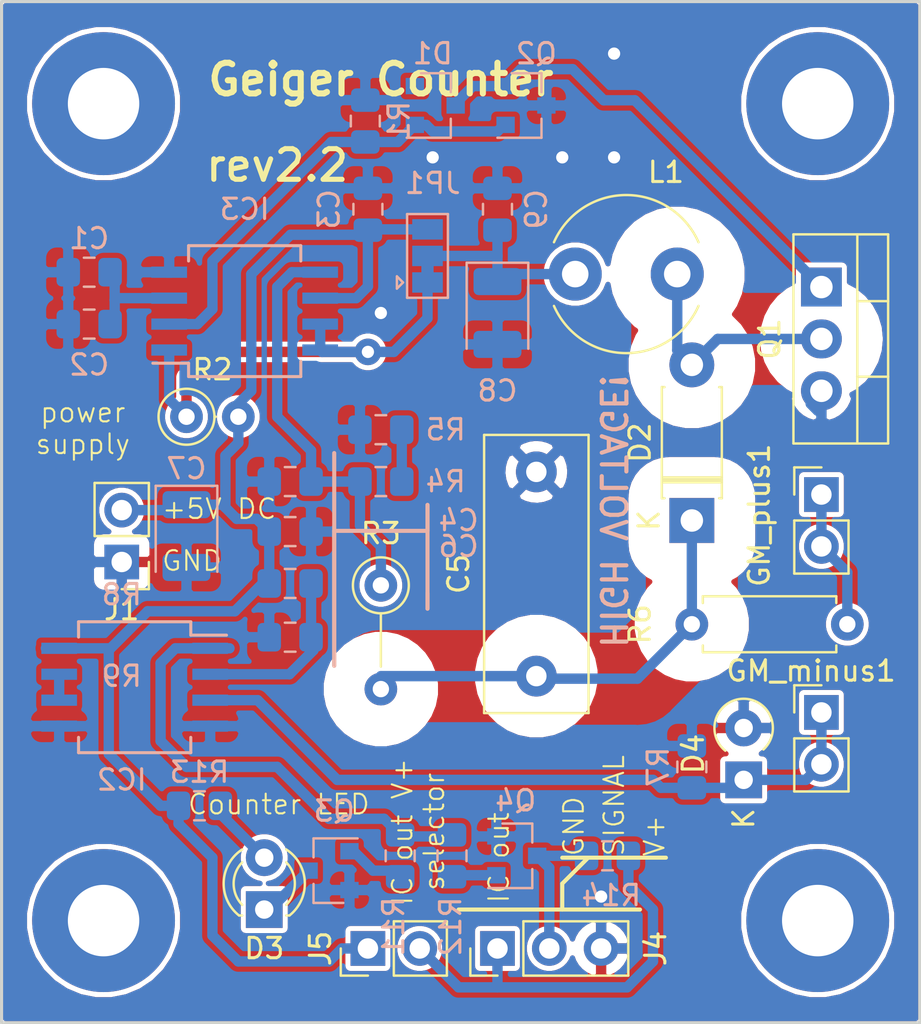
<source format=kicad_pcb>
(kicad_pcb (version 20171130) (host pcbnew "(5.1.6)-1")
  (layers (0 Top signal hide) (31 Bottom signal) (34 B.Paste user hide) (35 F.Paste user) (36 B.SilkS user hide) (37 F.SilkS user) (38 B.Mask user hide) (39 F.Mask user) (44 Edge.Cuts user))
  (net 0 "")
  (net 1 "Net-(Q4-Pad1)")
  (net 2 "Net-(Q3-Pad1)")
  (net 3 "Net-(C3-Pad1)")
  (net 4 "Net-(IC2-Pad1)")
  (net 5 "Net-(C5-Pad1)")
  (net 6 "Net-(C4-Pad1)")
  (net 7 "Net-(R4-Pad1)")
  (net 8 "Net-(D1-Pad1)")
  (net 9 "Net-(IC2-Pad6)")
  (net 10 "Net-(IC2-Pad2)")
  (net 11 "Net-(IC3-Pad1)")
  (net 12 "Net-(C1-Pad1)")
  (net 13 GND)
  (net 14 "Net-(D3-Pad2)")
  (net 15 "Net-(D3-Pad1)")
  (net 16 "Net-(D1-Pad2)")
  (net 17 "Net-(D2-Pad2)")
  (net 18 "Net-(J4-Pad1)")
  (net 19 "Net-(J4-Pad2)")
  (net 20 "Net-(D4-Pad1)")
  (net 21 "Net-(C8-Pad1)")
  (net 22 "Net-(GM_plus1-Pad1)")
  (module Mounting_Holes:MountingHole_3.5mm_Pad (layer Top) (at 135 85)
    (fp_text reference REF** hide)
    (fp_text value MountingHole_3.5mm_Pad)
    (pad 1 thru_hole circle (at 0 0) (size 7 7) (drill 3.5) (layers *.Cu *.Mask))
  )
  (module Mounting_Holes:MountingHole_3.5mm_Pad (layer Top) (at 135 125)
    (fp_text reference REF** hide)
    (fp_text value MountingHole_3.5mm_Pad)
    (pad 1 thru_hole circle (at 0 0) (size 7 7) (drill 3.5) (layers *.Cu *.Mask))
  )
  (module Mounting_Holes:MountingHole_3.5mm_Pad (layer Top) (at 170 85)
    (fp_text reference REF** hide)
    (fp_text value MountingHole_3.5mm_Pad)
    (pad 1 thru_hole circle (at 0 0) (size 7 7) (drill 3.5) (layers *.Cu *.Mask))
  )
  (module Housings_SOIC:SO-8_5.3x6.2mm_Pitch1.27mm (layer Bottom) (at 141.9161 95.1586)
    (fp_text reference IC3 (at 0 -4.9886) (layer B.SilkS) (effects (justify mirror)))
    (fp_text value MC34063AD)
    (fp_line (start -2.75 2.55) (end -4.5 2.55) (layer B.SilkS) (width 0.15))
    (fp_line (start -2.75 -3.205) (end 2.75 -3.205) (layer B.SilkS) (width 0.15))
    (fp_line (start -2.75 3.205) (end 2.75 3.205) (layer B.SilkS) (width 0.15))
    (fp_line (start -2.75 -3.205) (end -2.75 -2.455) (layer B.SilkS) (width 0.15))
    (fp_line (start 2.75 -3.205) (end 2.75 -2.455) (layer B.SilkS) (width 0.15))
    (fp_line (start 2.75 3.205) (end 2.75 2.455) (layer B.SilkS) (width 0.15))
    (fp_line (start -2.75 3.205) (end -2.75 2.55) (layer B.SilkS) (width 0.15))
    (pad 1 smd rect (at -3.7 1.905) (size 1.75 0.55) (layers Bottom B.Paste B.Mask) (net 11 "Net-(IC3-Pad1)"))
    (pad 2 smd rect (at -3.7 0.635) (size 1.75 0.55) (layers Bottom B.Paste B.Mask) (net 16 "Net-(D1-Pad2)"))
    (pad 3 smd rect (at -3.7 -0.635) (size 1.75 0.55) (layers Bottom B.Paste B.Mask) (net 12 "Net-(C1-Pad1)"))
    (pad 4 smd rect (at -3.7 -1.905) (size 1.75 0.55) (layers Bottom B.Paste B.Mask) (net 13 GND))
    (pad 5 smd rect (at 3.7 -1.905) (size 1.75 0.55) (layers Bottom B.Paste B.Mask) (net 6 "Net-(C4-Pad1)"))
    (pad 6 smd rect (at 3.7 -0.635) (size 1.75 0.55) (layers Bottom B.Paste B.Mask) (net 3 "Net-(C3-Pad1)"))
    (pad 7 smd rect (at 3.7 0.635) (size 1.75 0.55) (layers Bottom B.Paste B.Mask) (net 11 "Net-(IC3-Pad1)"))
    (pad 8 smd rect (at 3.7 1.905) (size 1.75 0.55) (layers Bottom B.Paste B.Mask) (net 11 "Net-(IC3-Pad1)"))
  )
  (module Mounting_Holes:MountingHole_3.5mm_Pad (layer Top) (at 170 125)
    (fp_text reference REF** hide)
    (fp_text value MountingHole_3.5mm_Pad)
    (pad 1 thru_hole circle (at 0 0) (size 7 7) (drill 3.5) (layers *.Cu *.Mask))
  )
  (module Diodes_SMD:D_SOT-23_ANK (layer Bottom) (at 151.257 85.09)
    (fp_text reference D1 (at -0.127 -2.54) (layer B.SilkS) (effects (justify mirror)))
    (fp_text value D_Schottky)
    (fp_line (start 0.76 -1.58) (end 0.76 -0.65) (layer B.SilkS) (width 0.12))
    (fp_line (start 0.76 1.58) (end 0.76 0.65) (layer B.SilkS) (width 0.12))
    (fp_line (start 0.76 1.58) (end -1.4 1.58) (layer B.SilkS) (width 0.12))
    (fp_line (start 0.76 -1.58) (end -0.7 -1.58) (layer B.SilkS) (width 0.12))
    (pad 1 smd rect (at 1 0) (size 0.9 0.8) (layers Bottom B.Paste B.Mask) (net 8 "Net-(D1-Pad1)"))
    (pad "" smd rect (at -1 -0.95) (size 0.9 0.8) (layers Bottom B.Paste B.Mask))
    (pad 2 smd rect (at -1 0.95) (size 0.9 0.8) (layers Bottom B.Paste B.Mask) (net 16 "Net-(D1-Pad2)"))
  )
  (module TO_SOT_Packages_SMD:SOT-23 (layer Bottom) (at 146.05 122.555 180)
    (fp_text reference Q3 (at -0.254 2.921 180) (layer B.SilkS) (effects (justify mirror)))
    (fp_text value BC848)
    (fp_line (start 0.76 -1.58) (end 0.76 -0.65) (layer B.SilkS) (width 0.12))
    (fp_line (start 0.76 1.58) (end 0.76 0.65) (layer B.SilkS) (width 0.12))
    (fp_line (start 0.76 1.58) (end -1.4 1.58) (layer B.SilkS) (width 0.12))
    (fp_line (start 0.76 -1.58) (end -0.7 -1.58) (layer B.SilkS) (width 0.12))
    (pad 3 smd rect (at 1 0 180) (size 0.9 0.8) (layers Bottom B.Paste B.Mask) (net 15 "Net-(D3-Pad1)"))
    (pad 2 smd rect (at -1 -0.95 180) (size 0.9 0.8) (layers Bottom B.Paste B.Mask) (net 13 GND))
    (pad 1 smd rect (at -1 0.95 180) (size 0.9 0.8) (layers Bottom B.Paste B.Mask) (net 2 "Net-(Q3-Pad1)"))
  )
  (module TO_SOT_Packages_SMD:SOT-23 (layer Bottom) (at 155.2511 121.8286)
    (fp_text reference Q4 (at -0.0571 -2.7026) (layer B.SilkS) (effects (justify mirror)))
    (fp_text value BC848)
    (fp_line (start 0.76 -1.58) (end 0.76 -0.65) (layer B.SilkS) (width 0.12))
    (fp_line (start 0.76 1.58) (end 0.76 0.65) (layer B.SilkS) (width 0.12))
    (fp_line (start 0.76 1.58) (end -1.4 1.58) (layer B.SilkS) (width 0.12))
    (fp_line (start 0.76 -1.58) (end -0.7 -1.58) (layer B.SilkS) (width 0.12))
    (pad 3 smd rect (at 1 0) (size 0.9 0.8) (layers Bottom B.Paste B.Mask) (net 19 "Net-(J4-Pad2)"))
    (pad 2 smd rect (at -1 -0.95) (size 0.9 0.8) (layers Bottom B.Paste B.Mask) (net 13 GND))
    (pad 1 smd rect (at -1 0.95) (size 0.9 0.8) (layers Bottom B.Paste B.Mask) (net 1 "Net-(Q4-Pad1)"))
  )
  (module TO_SOT_Packages_SMD:SOT-23 (layer Bottom) (at 155.702 85.09)
    (fp_text reference Q2 (at 0.508 -2.54) (layer B.SilkS) (effects (justify mirror)))
    (fp_text value BC859)
    (fp_line (start 0.76 -1.58) (end 0.76 -0.65) (layer B.SilkS) (width 0.12))
    (fp_line (start 0.76 1.58) (end 0.76 0.65) (layer B.SilkS) (width 0.12))
    (fp_line (start 0.76 1.58) (end -1.4 1.58) (layer B.SilkS) (width 0.12))
    (fp_line (start 0.76 -1.58) (end -0.7 -1.58) (layer B.SilkS) (width 0.12))
    (pad 3 smd rect (at 1 0) (size 0.9 0.8) (layers Bottom B.Paste B.Mask) (net 13 GND))
    (pad 2 smd rect (at -1 -0.95) (size 0.9 0.8) (layers Bottom B.Paste B.Mask) (net 8 "Net-(D1-Pad1)"))
    (pad 1 smd rect (at -1 0.95) (size 0.9 0.8) (layers Bottom B.Paste B.Mask) (net 16 "Net-(D1-Pad2)"))
  )
  (module Housings_SOIC:SO-8_5.3x6.2mm_Pitch1.27mm (layer Bottom) (at 136.525 113.5736 180)
    (fp_text reference IC2 (at 0.635 -4.5364 180) (layer B.SilkS) (effects (justify mirror)))
    (fp_text value LM358D)
    (fp_line (start -2.75 3.205) (end -2.75 2.55) (layer B.SilkS) (width 0.15))
    (fp_line (start 2.75 3.205) (end 2.75 2.455) (layer B.SilkS) (width 0.15))
    (fp_line (start 2.75 -3.205) (end 2.75 -2.455) (layer B.SilkS) (width 0.15))
    (fp_line (start -2.75 -3.205) (end -2.75 -2.455) (layer B.SilkS) (width 0.15))
    (fp_line (start -2.75 3.205) (end 2.75 3.205) (layer B.SilkS) (width 0.15))
    (fp_line (start -2.75 -3.205) (end 2.75 -3.205) (layer B.SilkS) (width 0.15))
    (fp_line (start -2.75 2.55) (end -4.5 2.55) (layer B.SilkS) (width 0.15))
    (pad 8 smd rect (at 3.7 1.905 180) (size 1.75 0.55) (layers Bottom B.Paste B.Mask) (net 3 "Net-(C3-Pad1)"))
    (pad 7 smd rect (at 3.7 0.635 180) (size 1.75 0.55) (layers Bottom B.Paste B.Mask) (net 9 "Net-(IC2-Pad6)"))
    (pad 6 smd rect (at 3.7 -0.635 180) (size 1.75 0.55) (layers Bottom B.Paste B.Mask) (net 9 "Net-(IC2-Pad6)"))
    (pad 5 smd rect (at 3.7 -1.905 180) (size 1.75 0.55) (layers Bottom B.Paste B.Mask) (net 13 GND))
    (pad 4 smd rect (at -3.7 -1.905 180) (size 1.75 0.55) (layers Bottom B.Paste B.Mask) (net 13 GND))
    (pad 3 smd rect (at -3.7 -0.635 180) (size 1.75 0.55) (layers Bottom B.Paste B.Mask) (net 20 "Net-(D4-Pad1)"))
    (pad 2 smd rect (at -3.7 0.635 180) (size 1.75 0.55) (layers Bottom B.Paste B.Mask) (net 10 "Net-(IC2-Pad2)"))
    (pad 1 smd rect (at -3.7 1.905 180) (size 1.75 0.55) (layers Bottom B.Paste B.Mask) (net 4 "Net-(IC2-Pad1)"))
  )
  (module Capacitor_SMD:C_0805_2012Metric_Pad1.15x1.40mm_HandSolder (layer Bottom) (at 134.2961 93.2536 180)
    (fp_text reference C1 (at 0 1.65 180) (layer B.SilkS) (effects (justify mirror)))
    (fp_text value "not mounted")
    (fp_line (start -0.261252 -0.71) (end 0.261252 -0.71) (layer B.SilkS) (width 0.12))
    (fp_line (start -0.261252 0.71) (end 0.261252 0.71) (layer B.SilkS) (width 0.12))
    (pad 1 smd roundrect (at -1.025 0 180) (size 1.15 1.4) (layers Bottom B.Paste B.Mask) (roundrect_rratio 0.217391) (net 12 "Net-(C1-Pad1)"))
    (pad 2 smd roundrect (at 1.025 0 180) (size 1.15 1.4) (layers Bottom B.Paste B.Mask) (roundrect_rratio 0.217391) (net 13 GND))
  )
  (module Capacitor_SMD:C_0805_2012Metric_Pad1.15x1.40mm_HandSolder (layer Bottom) (at 144.145 105.9536)
    (fp_text reference C6 (at 8.255 0.7264) (layer B.SilkS) (effects (justify mirror)))
    (fp_text value 100n)
    (fp_line (start -0.261252 0.71) (end 0.261252 0.71) (layer B.SilkS) (width 0.12))
    (fp_line (start -0.261252 -0.71) (end 0.261252 -0.71) (layer B.SilkS) (width 0.12))
    (pad 2 smd roundrect (at 1.025 0) (size 1.15 1.4) (layers Bottom B.Paste B.Mask) (roundrect_rratio 0.217391) (net 13 GND))
    (pad 1 smd roundrect (at -1.025 0) (size 1.15 1.4) (layers Bottom B.Paste B.Mask) (roundrect_rratio 0.217391) (net 3 "Net-(C3-Pad1)"))
  )
  (module Capacitor_SMD:C_0805_2012Metric_Pad1.15x1.40mm_HandSolder (layer Bottom) (at 134.2961 95.7936 180)
    (fp_text reference C2 (at 0 -1.9964 180) (layer B.SilkS) (effects (justify mirror)))
    (fp_text value 3n2)
    (fp_line (start -0.261252 0.71) (end 0.261252 0.71) (layer B.SilkS) (width 0.12))
    (fp_line (start -0.261252 -0.71) (end 0.261252 -0.71) (layer B.SilkS) (width 0.12))
    (pad 2 smd roundrect (at 1.025 0 180) (size 1.15 1.4) (layers Bottom B.Paste B.Mask) (roundrect_rratio 0.217391) (net 13 GND))
    (pad 1 smd roundrect (at -1.025 0 180) (size 1.15 1.4) (layers Bottom B.Paste B.Mask) (roundrect_rratio 0.217391) (net 12 "Net-(C1-Pad1)"))
  )
  (module Capacitor_SMD:C_0805_2012Metric_Pad1.15x1.40mm_HandSolder (layer Bottom) (at 147.955 90.17 90)
    (fp_text reference C3 (at 0 -1.905 90) (layer B.SilkS) (effects (justify mirror)))
    (fp_text value 100n)
    (fp_line (start -0.261252 -0.71) (end 0.261252 -0.71) (layer B.SilkS) (width 0.12))
    (fp_line (start -0.261252 0.71) (end 0.261252 0.71) (layer B.SilkS) (width 0.12))
    (pad 1 smd roundrect (at -1.025 0 90) (size 1.15 1.4) (layers Bottom B.Paste B.Mask) (roundrect_rratio 0.217391) (net 3 "Net-(C3-Pad1)"))
    (pad 2 smd roundrect (at 1.025 0 90) (size 1.15 1.4) (layers Bottom B.Paste B.Mask) (roundrect_rratio 0.217391) (net 13 GND))
  )
  (module Capacitor_SMD:C_0805_2012Metric_Pad1.15x1.40mm_HandSolder (layer Bottom) (at 144.145 103.505 180)
    (fp_text reference C4 (at -8.255 -1.905 180) (layer B.SilkS) (effects (justify mirror)))
    (fp_text value 10n)
    (fp_line (start -0.261252 -0.71) (end 0.261252 -0.71) (layer B.SilkS) (width 0.12))
    (fp_line (start -0.261252 0.71) (end 0.261252 0.71) (layer B.SilkS) (width 0.12))
    (pad 1 smd roundrect (at -1.025 0 180) (size 1.15 1.4) (layers Bottom B.Paste B.Mask) (roundrect_rratio 0.217391) (net 6 "Net-(C4-Pad1)"))
    (pad 2 smd roundrect (at 1.025 0 180) (size 1.15 1.4) (layers Bottom B.Paste B.Mask) (roundrect_rratio 0.217391) (net 13 GND))
  )
  (module Resistor_SMD:R_0805_2012Metric_Pad1.15x1.40mm_HandSolder (layer Bottom) (at 147.828 85.852 90)
    (fp_text reference R1 (at 0 1.65 270) (layer B.SilkS) (effects (justify mirror)))
    (fp_text value 10k)
    (fp_line (start -0.261252 -0.71) (end 0.261252 -0.71) (layer B.SilkS) (width 0.12))
    (fp_line (start -0.261252 0.71) (end 0.261252 0.71) (layer B.SilkS) (width 0.12))
    (pad 1 smd roundrect (at -1.025 0 90) (size 1.15 1.4) (layers Bottom B.Paste B.Mask) (roundrect_rratio 0.217391) (net 16 "Net-(D1-Pad2)"))
    (pad 2 smd roundrect (at 1.025 0 90) (size 1.15 1.4) (layers Bottom B.Paste B.Mask) (roundrect_rratio 0.217391) (net 13 GND))
  )
  (module Resistor_SMD:R_0805_2012Metric_Pad1.15x1.40mm_HandSolder (layer Bottom) (at 148.59 103.505 180)
    (fp_text reference R4 (at -3.175 0 180) (layer B.SilkS) (effects (justify mirror)))
    (fp_text value 1k)
    (fp_line (start -0.261252 -0.71) (end 0.261252 -0.71) (layer B.SilkS) (width 0.12))
    (fp_line (start -0.261252 0.71) (end 0.261252 0.71) (layer B.SilkS) (width 0.12))
    (pad 1 smd roundrect (at -1.025 0 180) (size 1.15 1.4) (layers Bottom B.Paste B.Mask) (roundrect_rratio 0.217391) (net 7 "Net-(R4-Pad1)"))
    (pad 2 smd roundrect (at 1.025 0 180) (size 1.15 1.4) (layers Bottom B.Paste B.Mask) (roundrect_rratio 0.217391) (net 6 "Net-(C4-Pad1)"))
  )
  (module Resistor_SMD:R_0805_2012Metric_Pad1.15x1.40mm_HandSolder (layer Bottom) (at 148.59 100.965)
    (fp_text reference R5 (at 3.175 0) (layer B.SilkS) (effects (justify mirror)))
    (fp_text value 30k)
    (fp_line (start -0.261252 -0.71) (end 0.261252 -0.71) (layer B.SilkS) (width 0.12))
    (fp_line (start -0.261252 0.71) (end 0.261252 0.71) (layer B.SilkS) (width 0.12))
    (pad 1 smd roundrect (at -1.025 0) (size 1.15 1.4) (layers Bottom B.Paste B.Mask) (roundrect_rratio 0.217391) (net 13 GND))
    (pad 2 smd roundrect (at 1.025 0) (size 1.15 1.4) (layers Bottom B.Paste B.Mask) (roundrect_rratio 0.217391) (net 7 "Net-(R4-Pad1)"))
  )
  (module Resistor_SMD:R_0805_2012Metric_Pad1.15x1.40mm_HandSolder (layer Bottom) (at 163.83 117.475 270)
    (fp_text reference R7 (at 0 1.65 270) (layer B.SilkS) (effects (justify mirror)))
    (fp_text value 10k)
    (fp_line (start -0.261252 -0.71) (end 0.261252 -0.71) (layer B.SilkS) (width 0.12))
    (fp_line (start -0.261252 0.71) (end 0.261252 0.71) (layer B.SilkS) (width 0.12))
    (pad 1 smd roundrect (at -1.025 0 270) (size 1.15 1.4) (layers Bottom B.Paste B.Mask) (roundrect_rratio 0.217391) (net 13 GND))
    (pad 2 smd roundrect (at 1.025 0 270) (size 1.15 1.4) (layers Bottom B.Paste B.Mask) (roundrect_rratio 0.217391) (net 20 "Net-(D4-Pad1)"))
  )
  (module Resistor_SMD:R_0805_2012Metric_Pad1.15x1.40mm_HandSolder (layer Bottom) (at 144.145 108.4936)
    (fp_text reference R8 (at -8.255 0.5436 180) (layer B.SilkS) (effects (justify mirror)))
    (fp_text value 10k)
    (fp_line (start -0.261252 0.71) (end 0.261252 0.71) (layer B.SilkS) (width 0.12))
    (fp_line (start -0.261252 -0.71) (end 0.261252 -0.71) (layer B.SilkS) (width 0.12))
    (pad 2 smd roundrect (at 1.025 0) (size 1.15 1.4) (layers Bottom B.Paste B.Mask) (roundrect_rratio 0.217391) (net 10 "Net-(IC2-Pad2)"))
    (pad 1 smd roundrect (at -1.025 0) (size 1.15 1.4) (layers Bottom B.Paste B.Mask) (roundrect_rratio 0.217391) (net 3 "Net-(C3-Pad1)"))
  )
  (module Resistor_SMD:R_0805_2012Metric_Pad1.15x1.40mm_HandSolder (layer Bottom) (at 144.145 111.125 180)
    (fp_text reference R9 (at 8.255 -1.905) (layer B.SilkS) (effects (justify mirror)))
    (fp_text value 470R)
    (fp_line (start -0.261252 0.71) (end 0.261252 0.71) (layer B.SilkS) (width 0.12))
    (fp_line (start -0.261252 -0.71) (end 0.261252 -0.71) (layer B.SilkS) (width 0.12))
    (pad 2 smd roundrect (at 1.025 0 180) (size 1.15 1.4) (layers Bottom B.Paste B.Mask) (roundrect_rratio 0.217391) (net 13 GND))
    (pad 1 smd roundrect (at -1.025 0 180) (size 1.15 1.4) (layers Bottom B.Paste B.Mask) (roundrect_rratio 0.217391) (net 10 "Net-(IC2-Pad2)"))
  )
  (module Resistor_SMD:R_0805_2012Metric_Pad1.15x1.40mm_HandSolder (layer Bottom) (at 149.5361 121.8286 90)
    (fp_text reference R11 (at -3.4646 -0.3239 270) (layer B.SilkS) (effects (justify mirror)))
    (fp_text value 1k)
    (fp_line (start -0.261252 0.71) (end 0.261252 0.71) (layer B.SilkS) (width 0.12))
    (fp_line (start -0.261252 -0.71) (end 0.261252 -0.71) (layer B.SilkS) (width 0.12))
    (pad 2 smd roundrect (at 1.025 0 90) (size 1.15 1.4) (layers Bottom B.Paste B.Mask) (roundrect_rratio 0.217391) (net 4 "Net-(IC2-Pad1)"))
    (pad 1 smd roundrect (at -1.025 0 90) (size 1.15 1.4) (layers Bottom B.Paste B.Mask) (roundrect_rratio 0.217391) (net 2 "Net-(Q3-Pad1)"))
  )
  (module Resistor_SMD:R_0805_2012Metric_Pad1.15x1.40mm_HandSolder (layer Bottom) (at 152.0761 121.8286 90)
    (fp_text reference R12 (at -3.4646 -0.0699 270) (layer B.SilkS) (effects (justify mirror)))
    (fp_text value 1k)
    (fp_line (start -0.261252 0.71) (end 0.261252 0.71) (layer B.SilkS) (width 0.12))
    (fp_line (start -0.261252 -0.71) (end 0.261252 -0.71) (layer B.SilkS) (width 0.12))
    (pad 2 smd roundrect (at 1.025 0 90) (size 1.15 1.4) (layers Bottom B.Paste B.Mask) (roundrect_rratio 0.217391) (net 4 "Net-(IC2-Pad1)"))
    (pad 1 smd roundrect (at -1.025 0 90) (size 1.15 1.4) (layers Bottom B.Paste B.Mask) (roundrect_rratio 0.217391) (net 1 "Net-(Q4-Pad1)"))
  )
  (module Resistor_SMD:R_0805_2012Metric_Pad1.15x1.40mm_HandSolder (layer Bottom) (at 139.7 119.38 180)
    (fp_text reference R13 (at 0 1.65 180) (layer B.SilkS) (effects (justify mirror)))
    (fp_text value 470R)
    (fp_line (start -0.261252 0.71) (end 0.261252 0.71) (layer B.SilkS) (width 0.12))
    (fp_line (start -0.261252 -0.71) (end 0.261252 -0.71) (layer B.SilkS) (width 0.12))
    (pad 2 smd roundrect (at 1.025 0 180) (size 1.15 1.4) (layers Bottom B.Paste B.Mask) (roundrect_rratio 0.217391) (net 3 "Net-(C3-Pad1)"))
    (pad 1 smd roundrect (at -1.025 0 180) (size 1.15 1.4) (layers Bottom B.Paste B.Mask) (roundrect_rratio 0.217391) (net 14 "Net-(D3-Pad2)"))
  )
  (module Resistor_SMD:R_0805_2012Metric_Pad1.15x1.40mm_HandSolder (layer Bottom) (at 159.6961 121.8286 180)
    (fp_text reference R14 (at -0.1841 -1.9406) (layer B.SilkS) (effects (justify mirror)))
    (fp_text value 1k)
    (fp_line (start -0.261252 -0.71) (end 0.261252 -0.71) (layer B.SilkS) (width 0.12))
    (fp_line (start -0.261252 0.71) (end 0.261252 0.71) (layer B.SilkS) (width 0.12))
    (pad 1 smd roundrect (at -1.025 0 180) (size 1.15 1.4) (layers Bottom B.Paste B.Mask) (roundrect_rratio 0.217391) (net 18 "Net-(J4-Pad1)"))
    (pad 2 smd roundrect (at 1.025 0 180) (size 1.15 1.4) (layers Bottom B.Paste B.Mask) (roundrect_rratio 0.217391) (net 19 "Net-(J4-Pad2)"))
  )
  (module LED_THT:LED_D3.0mm (layer Top) (at 142.875 124.46 90)
    (fp_text reference D3 (at -1.905 0 180) (layer F.SilkS))
    (fp_text value LED)
    (fp_line (start -0.29 1.08) (end -0.29 1.236) (layer F.SilkS) (width 0.12))
    (fp_line (start -0.29 -1.236) (end -0.29 -1.08) (layer F.SilkS) (width 0.12))
    (fp_arc (start 1.27 0) (end -0.29 -1.235516) (angle 108.8) (layer F.SilkS) (width 0.12))
    (fp_arc (start 1.27 0) (end -0.29 1.235516) (angle -108.8) (layer F.SilkS) (width 0.12))
    (fp_arc (start 1.27 0) (end 0.229039 -1.08) (angle 87.9) (layer F.SilkS) (width 0.12))
    (fp_arc (start 1.27 0) (end 0.229039 1.08) (angle -87.9) (layer F.SilkS) (width 0.12))
    (pad 1 thru_hole rect (at 0 0 90) (size 1.8 1.8) (drill 0.9) (layers *.Cu *.Mask) (net 15 "Net-(D3-Pad1)"))
    (pad 2 thru_hole circle (at 2.54 0 90) (size 1.8 1.8) (drill 0.9) (layers *.Cu *.Mask) (net 14 "Net-(D3-Pad2)"))
  )
  (module Resistor_THT:R_Axial_DIN0207_L6.3mm_D2.5mm_P2.54mm_Vertical (layer Top) (at 139.065 100.33)
    (fp_text reference R2 (at 1.27 -2.31) (layer F.SilkS))
    (fp_text value R22/0.5W)
    (fp_line (start 1.37 0) (end 1.44 0) (layer F.SilkS) (width 0.12))
    (fp_circle (center 0 0) (end 1.37 0) (layer F.SilkS) (width 0.12))
    (pad 1 thru_hole circle (at 0 0) (size 1.6 1.6) (drill 0.8) (layers *.Cu *.Mask) (net 11 "Net-(IC3-Pad1)"))
    (pad 2 thru_hole oval (at 2.54 0) (size 1.6 1.6) (drill 0.8) (layers *.Cu *.Mask) (net 3 "Net-(C3-Pad1)"))
  )
  (module Diode_THT:D_DO-41_SOD81_P7.62mm_Horizontal (layer Top) (at 163.83 105.41 90)
    (fp_text reference D2 (at 3.81 -2.54 270) (layer F.SilkS))
    (fp_text value 1n4007)
    (fp_line (start 1.87 -1.47) (end 1.87 1.47) (layer F.SilkS) (width 0.12))
    (fp_line (start 2.11 -1.47) (end 2.11 1.47) (layer F.SilkS) (width 0.12))
    (fp_line (start 1.99 -1.47) (end 1.99 1.47) (layer F.SilkS) (width 0.12))
    (fp_line (start 6.53 1.47) (end 6.53 1.34) (layer F.SilkS) (width 0.12))
    (fp_line (start 1.09 1.47) (end 6.53 1.47) (layer F.SilkS) (width 0.12))
    (fp_line (start 1.09 1.34) (end 1.09 1.47) (layer F.SilkS) (width 0.12))
    (fp_line (start 6.53 -1.47) (end 6.53 -1.34) (layer F.SilkS) (width 0.12))
    (fp_line (start 1.09 -1.47) (end 6.53 -1.47) (layer F.SilkS) (width 0.12))
    (fp_line (start 1.09 -1.34) (end 1.09 -1.47) (layer F.SilkS) (width 0.12))
    (fp_text user K (at 0 -2.1 90) (layer F.SilkS))
    (pad 1 thru_hole rect (at 0 0 90) (size 2.2 2.2) (drill 1.1) (layers *.Cu *.Mask) (net 5 "Net-(C5-Pad1)"))
    (pad 2 thru_hole oval (at 7.62 0 90) (size 2.2 2.2) (drill 1.1) (layers *.Cu *.Mask) (net 17 "Net-(D2-Pad2)"))
  )
  (module Resistor_THT:R_Axial_DIN0207_L6.3mm_D2.5mm_P5.08mm_Vertical (layer Top) (at 148.59 108.585 270)
    (fp_text reference R3 (at -2.54 0) (layer F.SilkS))
    (fp_text value 10M)
    (fp_line (start 1.37 0) (end 3.98 0) (layer F.SilkS) (width 0.12))
    (fp_circle (center 0 0) (end 1.37 0) (layer F.SilkS) (width 0.12))
    (pad 1 thru_hole circle (at 0 0 270) (size 1.6 1.6) (drill 0.8) (layers *.Cu *.Mask) (net 6 "Net-(C4-Pad1)"))
    (pad 2 thru_hole oval (at 5.08 0 270) (size 1.6 1.6) (drill 0.8) (layers *.Cu *.Mask) (net 5 "Net-(C5-Pad1)"))
  )
  (module Capacitor_Tantalum_SMD:CP_EIA-3528-21_Kemet-B (layer Bottom) (at 139.065 106.172 270)
    (fp_text reference C7 (at -3.302 0) (layer B.SilkS) (effects (justify mirror)))
    (fp_text value "10u 6V3")
    (fp_line (start 1.75 1.51) (end -2.46 1.51) (layer B.SilkS) (width 0.12))
    (fp_line (start -2.46 1.51) (end -2.46 -1.51) (layer B.SilkS) (width 0.12))
    (fp_line (start -2.46 -1.51) (end 1.75 -1.51) (layer B.SilkS) (width 0.12))
    (pad 2 smd roundrect (at 1.5375 0 270) (size 1.325 2.35) (layers Bottom B.Paste B.Mask) (roundrect_rratio 0.188679) (net 13 GND))
    (pad 1 smd roundrect (at -1.5375 0 270) (size 1.325 2.35) (layers Bottom B.Paste B.Mask) (roundrect_rratio 0.188679) (net 3 "Net-(C3-Pad1)"))
  )
  (module Capacitor_Tantalum_SMD:CP_EIA-3528-21_Kemet-B (layer Bottom) (at 154.305 95.25 270)
    (fp_text reference C8 (at 3.81 0) (layer B.SilkS) (effects (justify mirror)))
    (fp_text value 330u)
    (fp_line (start -2.46 -1.51) (end 1.75 -1.51) (layer B.SilkS) (width 0.12))
    (fp_line (start -2.46 1.51) (end -2.46 -1.51) (layer B.SilkS) (width 0.12))
    (fp_line (start 1.75 1.51) (end -2.46 1.51) (layer B.SilkS) (width 0.12))
    (pad 1 smd roundrect (at -1.5375 0 270) (size 1.325 2.35) (layers Bottom B.Paste B.Mask) (roundrect_rratio 0.188679) (net 21 "Net-(C8-Pad1)"))
    (pad 2 smd roundrect (at 1.5375 0 270) (size 1.325 2.35) (layers Bottom B.Paste B.Mask) (roundrect_rratio 0.188679) (net 13 GND))
  )
  (module Inductor_THT:L_Radial_D7.5mm_P5.00mm_Fastron_07P (layer Top) (at 158.115 93.345)
    (fp_text reference L1 (at 4.445 -4.9886) (layer F.SilkS))
    (fp_text value 680m)
    (fp_arc (start 2.5 0) (end -1.041652 -1.56) (angle 132.455667) (layer F.SilkS) (width 0.12))
    (fp_arc (start 2.5 0) (end -1.041652 1.56) (angle -132.455667) (layer F.SilkS) (width 0.12))
    (pad 1 thru_hole circle (at 0 0) (size 2.6 2.6) (drill 1.3) (layers *.Cu *.Mask) (net 21 "Net-(C8-Pad1)"))
    (pad 2 thru_hole circle (at 5 0) (size 2.6 2.6) (drill 1.3) (layers *.Cu *.Mask) (net 17 "Net-(D2-Pad2)"))
  )
  (module Package_TO_SOT_THT:TO-220-3_Vertical (layer Top) (at 170.18 93.98 270)
    (fp_text reference Q1 (at 2.54 2.54 90) (layer F.SilkS))
    (fp_text value IRF840)
    (fp_line (start 4.391 -3.27) (end 4.391 -1.76) (layer F.SilkS) (width 0.12))
    (fp_line (start 0.69 -3.27) (end 0.69 -1.76) (layer F.SilkS) (width 0.12))
    (fp_line (start -2.58 -1.76) (end 7.66 -1.76) (layer F.SilkS) (width 0.12))
    (fp_line (start 7.66 -3.27) (end 7.66 1.371) (layer F.SilkS) (width 0.12))
    (fp_line (start -2.58 -3.27) (end -2.58 1.371) (layer F.SilkS) (width 0.12))
    (fp_line (start -2.58 1.371) (end 7.66 1.371) (layer F.SilkS) (width 0.12))
    (fp_line (start -2.58 -3.27) (end 7.66 -3.27) (layer F.SilkS) (width 0.12))
    (pad 1 thru_hole rect (at 0 0 270) (size 1.905 2) (drill 1.1) (layers *.Cu *.Mask) (net 8 "Net-(D1-Pad1)"))
    (pad 2 thru_hole oval (at 2.54 0 270) (size 1.905 2) (drill 1.1) (layers *.Cu *.Mask) (net 17 "Net-(D2-Pad2)"))
    (pad 3 thru_hole oval (at 5.08 0 270) (size 1.905 2) (drill 1.1) (layers *.Cu *.Mask) (net 13 GND))
  )
  (module Jumper:SolderJumper-3_P1.3mm_Bridged12_Pad1.0x1.5mm (layer Bottom) (at 150.876 92.456 90)
    (fp_text reference JP1 (at 3.556 0.254 180) (layer B.SilkS) (effects (justify mirror)))
    (fp_text value Jumper_3_Bridged12)
    (fp_line (start -2.05 1) (end 2.05 1) (layer B.SilkS) (width 0.12))
    (fp_line (start 2.05 1) (end 2.05 -1) (layer B.SilkS) (width 0.12))
    (fp_line (start 2.05 -1) (end -2.05 -1) (layer B.SilkS) (width 0.12))
    (fp_line (start -2.05 -1) (end -2.05 1) (layer B.SilkS) (width 0.12))
    (fp_line (start -1.3 -1.2) (end -1.6 -1.5) (layer B.SilkS) (width 0.12))
    (fp_line (start -1.6 -1.5) (end -1 -1.5) (layer B.SilkS) (width 0.12))
    (fp_line (start -1.3 -1.2) (end -1 -1.5) (layer B.SilkS) (width 0.12))
    (pad 1 smd custom (at -1.3 0 90) (size 1 1.5) (layers Bottom B.Mask) (net 11 "Net-(IC3-Pad1)") (options (clearance outline) (anchor rect)) (primitives (gr_poly (pts (xy 0.4 0.3) (xy 0.9 0.3) (xy 0.9 -0.3) (xy 0.4 -0.3)) (width 0))))
    (pad 3 smd rect (at 1.3 0 90) (size 1 1.5) (layers Bottom B.Mask) (net 3 "Net-(C3-Pad1)"))
    (pad 2 smd rect (at 0 0 90) (size 1 1.5) (layers Bottom B.Mask) (net 21 "Net-(C8-Pad1)"))
  )
  (module Diode_THT:D_A-405_P2.54mm_Vertical_KathodeUp (layer Top) (at 166.37 118.11 90)
    (fp_text reference D4 (at 1.27 -2.47 90) (layer F.SilkS))
    (fp_text value D_Zener)
    (fp_arc (start 2.54 0) (end 1.426761 -0.9) (angle 278.451986) (layer F.SilkS) (width 0.12))
    (fp_text user K (at -1.9 0 90) (layer F.SilkS))
    (pad 1 thru_hole rect (at 0 0 90) (size 1.8 1.8) (drill 0.9) (layers *.Cu *.Mask) (net 20 "Net-(D4-Pad1)"))
    (pad 2 thru_hole oval (at 2.54 0 90) (size 1.8 1.8) (drill 0.9) (layers *.Cu *.Mask) (net 13 GND))
  )
  (module Resistor_THT:R_Axial_DIN0207_L6.3mm_D2.5mm_P7.62mm_Horizontal (layer Top) (at 163.83 110.49)
    (fp_text reference R6 (at -2.54 0 90) (layer F.SilkS))
    (fp_text value 6M8)
    (fp_line (start 7.08 1.37) (end 7.08 1.04) (layer F.SilkS) (width 0.12))
    (fp_line (start 0.54 1.37) (end 7.08 1.37) (layer F.SilkS) (width 0.12))
    (fp_line (start 0.54 1.04) (end 0.54 1.37) (layer F.SilkS) (width 0.12))
    (fp_line (start 7.08 -1.37) (end 7.08 -1.04) (layer F.SilkS) (width 0.12))
    (fp_line (start 0.54 -1.37) (end 7.08 -1.37) (layer F.SilkS) (width 0.12))
    (fp_line (start 0.54 -1.04) (end 0.54 -1.37) (layer F.SilkS) (width 0.12))
    (pad 1 thru_hole circle (at 0 0) (size 1.6 1.6) (drill 0.8) (layers *.Cu *.Mask) (net 5 "Net-(C5-Pad1)"))
    (pad 2 thru_hole oval (at 7.62 0) (size 1.6 1.6) (drill 0.8) (layers *.Cu *.Mask) (net 22 "Net-(GM_plus1-Pad1)"))
  )
  (module Capacitor_SMD:C_0805_2012Metric_Pad1.15x1.40mm_HandSolder (layer Bottom) (at 154.305 90.17 90)
    (fp_text reference C9 (at 0 1.905 90) (layer B.SilkS) (effects (justify mirror)))
    (fp_text value 10n)
    (fp_line (start -0.261252 -0.71) (end 0.261252 -0.71) (layer B.SilkS) (width 0.12))
    (fp_line (start -0.261252 0.71) (end 0.261252 0.71) (layer B.SilkS) (width 0.12))
    (pad 1 smd roundrect (at -1.025 0 90) (size 1.15 1.4) (layers Bottom B.Paste B.Mask) (roundrect_rratio 0.217391) (net 21 "Net-(C8-Pad1)"))
    (pad 2 smd roundrect (at 1.025 0 90) (size 1.15 1.4) (layers Bottom B.Paste B.Mask) (roundrect_rratio 0.217391) (net 13 GND))
  )
  (module Capacitors_THT:C_Rect_L13.5mm_W5.0mm_P10.00mm_FKS3_FKP3_MKS4 (layer Top) (at 156.21 113.03 90)
    (fp_text reference C5 (at 5 -3.81 90) (layer F.SilkS))
    (fp_text value 100n/630V)
    (fp_line (start -1.81 -2.56) (end 11.81 -2.56) (layer F.SilkS) (width 0.12))
    (fp_line (start -1.81 2.56) (end 11.81 2.56) (layer F.SilkS) (width 0.12))
    (fp_line (start -1.81 -2.56) (end -1.81 2.56) (layer F.SilkS) (width 0.12))
    (fp_line (start 11.81 -2.56) (end 11.81 2.56) (layer F.SilkS) (width 0.12))
    (pad 2 thru_hole circle (at 10 0 90) (size 2 2) (drill 1) (layers *.Cu *.Mask) (net 13 GND))
    (pad 1 thru_hole circle (at 0 0 90) (size 2 2) (drill 1) (layers *.Cu *.Mask) (net 5 "Net-(C5-Pad1)"))
  )
  (module Pin_Headers:Pin_Header_Straight_1x02_Pitch2.54mm (layer Top) (at 135.89 107.442 180)
    (fp_text reference J1 (at 0 -2.33 180) (layer F.SilkS))
    (fp_text value Conn_01x02_Male)
    (fp_line (start -1.33 -1.33) (end 0 -1.33) (layer F.SilkS) (width 0.12))
    (fp_line (start -1.33 0) (end -1.33 -1.33) (layer F.SilkS) (width 0.12))
    (fp_line (start -1.33 1.27) (end 1.33 1.27) (layer F.SilkS) (width 0.12))
    (fp_line (start 1.33 1.27) (end 1.33 3.87) (layer F.SilkS) (width 0.12))
    (fp_line (start -1.33 1.27) (end -1.33 3.87) (layer F.SilkS) (width 0.12))
    (fp_line (start -1.33 3.87) (end 1.33 3.87) (layer F.SilkS) (width 0.12))
    (pad 1 thru_hole rect (at 0 0 180) (size 1.7 1.7) (drill 1) (layers *.Cu *.Mask) (net 13 GND))
    (pad 2 thru_hole oval (at 0 2.54 180) (size 1.7 1.7) (drill 1) (layers *.Cu *.Mask) (net 3 "Net-(C3-Pad1)"))
  )
  (module Pin_Headers:Pin_Header_Straight_1x03_Pitch2.54mm (layer Top) (at 154.305 126.365 90)
    (fp_text reference J4 (at 0 7.747 90) (layer F.SilkS))
    (fp_text value Conn_01x03_Male)
    (fp_line (start -1.33 6.41) (end 1.33 6.41) (layer F.SilkS) (width 0.12))
    (fp_line (start -1.33 1.27) (end -1.33 6.41) (layer F.SilkS) (width 0.12))
    (fp_line (start 1.33 1.27) (end 1.33 6.41) (layer F.SilkS) (width 0.12))
    (fp_line (start -1.33 1.27) (end 1.33 1.27) (layer F.SilkS) (width 0.12))
    (fp_line (start -1.33 0) (end -1.33 -1.33) (layer F.SilkS) (width 0.12))
    (fp_line (start -1.33 -1.33) (end 0 -1.33) (layer F.SilkS) (width 0.12))
    (pad 3 thru_hole oval (at 0 5.08 90) (size 1.7 1.7) (drill 1) (layers *.Cu *.Mask) (net 13 GND))
    (pad 2 thru_hole oval (at 0 2.54 90) (size 1.7 1.7) (drill 1) (layers *.Cu *.Mask) (net 19 "Net-(J4-Pad2)"))
    (pad 1 thru_hole rect (at 0 0 90) (size 1.7 1.7) (drill 1) (layers *.Cu *.Mask) (net 18 "Net-(J4-Pad1)"))
  )
  (module Pin_Headers:Pin_Header_Straight_1x02_Pitch2.54mm (layer Top) (at 147.955 126.365 90)
    (fp_text reference J5 (at 0 -2.33 90) (layer F.SilkS))
    (fp_text value Conn_01x02_Male)
    (fp_line (start -1.33 3.87) (end 1.33 3.87) (layer F.SilkS) (width 0.12))
    (fp_line (start -1.33 1.27) (end -1.33 3.87) (layer F.SilkS) (width 0.12))
    (fp_line (start 1.33 1.27) (end 1.33 3.87) (layer F.SilkS) (width 0.12))
    (fp_line (start -1.33 1.27) (end 1.33 1.27) (layer F.SilkS) (width 0.12))
    (fp_line (start -1.33 0) (end -1.33 -1.33) (layer F.SilkS) (width 0.12))
    (fp_line (start -1.33 -1.33) (end 0 -1.33) (layer F.SilkS) (width 0.12))
    (pad 2 thru_hole oval (at 0 2.54 90) (size 1.7 1.7) (drill 1) (layers *.Cu *.Mask) (net 18 "Net-(J4-Pad1)"))
    (pad 1 thru_hole rect (at 0 0 90) (size 1.7 1.7) (drill 1) (layers *.Cu *.Mask) (net 3 "Net-(C3-Pad1)"))
  )
  (module Pin_Headers:Pin_Header_Straight_1x02_Pitch2.54mm (layer Top) (at 170.18 114.808)
    (fp_text reference GM_minus1 (at -0.508 -2.032) (layer F.SilkS))
    (fp_text value Conn_01x02_Male)
    (fp_line (start -1.33 3.87) (end 1.33 3.87) (layer F.SilkS) (width 0.12))
    (fp_line (start -1.33 1.27) (end -1.33 3.87) (layer F.SilkS) (width 0.12))
    (fp_line (start 1.33 1.27) (end 1.33 3.87) (layer F.SilkS) (width 0.12))
    (fp_line (start -1.33 1.27) (end 1.33 1.27) (layer F.SilkS) (width 0.12))
    (fp_line (start -1.33 0) (end -1.33 -1.33) (layer F.SilkS) (width 0.12))
    (fp_line (start -1.33 -1.33) (end 0 -1.33) (layer F.SilkS) (width 0.12))
    (pad 2 thru_hole oval (at 0 2.54) (size 1.7 1.7) (drill 1) (layers *.Cu *.Mask) (net 20 "Net-(D4-Pad1)"))
    (pad 1 thru_hole rect (at 0 0) (size 1.7 1.7) (drill 1) (layers *.Cu *.Mask) (net 20 "Net-(D4-Pad1)"))
  )
  (module Pin_Headers:Pin_Header_Straight_1x02_Pitch2.54mm (layer Top) (at 170.18 104.14)
    (fp_text reference GM_plus1 (at -3.048 1.016 90) (layer F.SilkS))
    (fp_text value Conn_01x02_Male)
    (fp_line (start -1.33 -1.33) (end 0 -1.33) (layer F.SilkS) (width 0.12))
    (fp_line (start -1.33 0) (end -1.33 -1.33) (layer F.SilkS) (width 0.12))
    (fp_line (start -1.33 1.27) (end 1.33 1.27) (layer F.SilkS) (width 0.12))
    (fp_line (start 1.33 1.27) (end 1.33 3.87) (layer F.SilkS) (width 0.12))
    (fp_line (start -1.33 1.27) (end -1.33 3.87) (layer F.SilkS) (width 0.12))
    (fp_line (start -1.33 3.87) (end 1.33 3.87) (layer F.SilkS) (width 0.12))
    (pad 1 thru_hole rect (at 0 0) (size 1.7 1.7) (drill 1) (layers *.Cu *.Mask) (net 22 "Net-(GM_plus1-Pad1)"))
    (pad 2 thru_hole oval (at 0 2.54) (size 1.7 1.7) (drill 1) (layers *.Cu *.Mask) (net 22 "Net-(GM_plus1-Pad1)"))
  )
  (gr_line (start 152.4 124.46) (end 161.29 124.46) (layer F.SilkS) (width 0.2))
  (gr_line (start 157.48 123.19) (end 158.75 121.92) (layer F.SilkS) (width 0.2))
  (gr_line (start 157.48 124.46) (end 157.48 123.19) (layer F.SilkS) (width 0.2))
  (gr_line (start 162.56 121.92) (end 157.48 121.92) (layer F.SilkS) (width 0.2))
  (gr_text "IC out" (at 154.94 121.92 90) (layer F.SilkS) (effects (font (size 0.9652 0.9652) (thickness 0.1016)) (justify bottom)))
  (gr_text "IC out V+\nselector" (at 151.765 120.65 90) (layer F.SilkS) (effects (font (size 0.9652 0.9652) (thickness 0.1016)) (justify bottom)))
  (gr_text "power\nsupply" (at 133.985 102.235) (layer F.SilkS) (effects (font (size 0.9652 0.9652) (thickness 0.1016)) (justify bottom)))
  (gr_line (start 150.876 109.728) (end 150.876 108.966) (layer B.SilkS) (width 0.2))
  (gr_line (start 150.876 104.648) (end 150.876 109.728) (layer B.SilkS) (width 0.2))
  (gr_line (start 150.876 105.918) (end 150.876 104.648) (layer B.SilkS) (width 0.2))
  (gr_line (start 146.304 105.918) (end 150.876 105.918) (layer B.SilkS) (width 0.2))
  (gr_line (start 146.304 112.522) (end 146.304 105.918) (layer B.SilkS) (width 0.2))
  (gr_line (start 146.304 102.108) (end 146.304 112.522) (layer B.SilkS) (width 0.2))
  (gr_text "Counter LED" (at 139.065 118.745) (layer F.SilkS) (effects (font (size 0.9652 0.9652) (thickness 0.1016)) (justify left top)))
  (gr_text "Geiger Counter" (at 148.59 83.82) (layer F.SilkS) (effects (font (size 1.5 1.5) (thickness 0.3))))
  (gr_line (start 130 130) (end 130 80) (layer Edge.Cuts) (width 0.15))
  (gr_line (start 175 130) (end 130 130) (layer Edge.Cuts) (width 0.15))
  (gr_line (start 175 80) (end 175 130) (layer Edge.Cuts) (width 0.15))
  (gr_line (start 130 80) (end 175 80) (layer Edge.Cuts) (width 0.15))
  (gr_text "rev2.2\n" (at 143.51 88.9) (layer F.SilkS) (effects (font (size 1.5 1.5) (thickness 0.25)) (justify bottom)))
  (gr_text GND (at 137.795 107.95) (layer F.SilkS) (effects (font (size 0.9652 0.9652) (thickness 0.1016)) (justify left bottom)))
  (gr_text "+5V DC" (at 137.795 105.41) (layer F.SilkS) (effects (font (size 0.9652 0.9652) (thickness 0.1016)) (justify left bottom)))
  (gr_text V+ (at 162.56 121.92 90) (layer F.SilkS) (effects (font (size 0.9652 0.9652) (thickness 0.1016)) (justify left bottom)))
  (gr_text SIGNAL (at 160.02 121.92 90) (layer F.SilkS) (effects (font (size 0.9652 0.9652) (thickness 0.1016)) (justify left)))
  (gr_text GND (at 157.48 121.92 90) (layer F.SilkS) (effects (font (size 0.9652 0.9652) (thickness 0.1016)) (justify left top)))
  (gr_text "HIGH VOLTAGE!" (at 159.258 111.76 -90) (layer B.SilkS) (effects (font (size 1.2065 1.2065) (thickness 0.2032)) (justify left bottom mirror)))
  (segment (start 152.1511 122.7786) (end 152.0761 122.8536) (width 0.508) (layer Bottom) (net 1))
  (segment (start 154.2511 122.7786) (end 152.1511 122.7786) (width 0.508) (layer Bottom) (net 1))
  (segment (start 149.5361 123.0986) (end 149.5361 122.7786) (width 0.508) (layer Bottom) (net 2))
  (segment (start 149.2325 122.875) (end 149.5361 123.1786) (width 0.508) (layer Bottom) (net 2))
  (segment (start 147.259 121.605) (end 147.05 121.605) (width 0.508) (layer Bottom) (net 2))
  (segment (start 148.209 122.555) (end 147.259 121.605) (width 0.508) (layer Bottom) (net 2))
  (segment (start 149.225 122.555) (end 148.209 122.555) (width 0.508) (layer Bottom) (net 2))
  (segment (start 149.5361 122.8536) (end 149.5236 122.8536) (width 0.508) (layer Bottom) (net 2))
  (segment (start 149.5236 122.8536) (end 149.225 122.555) (width 0.508) (layer Bottom) (net 2))
  (segment (start 138.7975 104.902) (end 139.065 104.6345) (width 0.508) (layer Bottom) (net 3))
  (segment (start 135.89 104.902) (end 138.7975 104.902) (width 0.508) (layer Bottom) (net 3))
  (segment (start 147.3794 94.5236) (end 145.6161 94.5236) (width 0.508) (layer Bottom) (net 3))
  (segment (start 147.955 93.948) (end 147.3794 94.5236) (width 0.508) (layer Bottom) (net 3))
  (segment (start 147.955 91.42) (end 147.955 93.948) (width 0.508) (layer Bottom) (net 3))
  (segment (start 144.165 91.42) (end 147.955 91.42) (width 0.508) (layer Bottom) (net 3))
  (segment (start 132.1714 111.6686) (end 133.7711 111.6686) (width 0.508) (layer Bottom) (net 3))
  (segment (start 143.12 108.4936) (end 143.12 105.9536) (width 0.508) (layer Bottom) (net 3))
  (segment (start 133.7711 111.6686) (end 135.255 111.6686) (width 0.508) (layer Bottom) (net 3))
  (segment (start 146.685 126.365) (end 147.955 126.365) (width 0.508) (layer Bottom) (net 3))
  (segment (start 146.05 127) (end 146.685 126.365) (width 0.508) (layer Bottom) (net 3))
  (segment (start 141.605 127) (end 146.05 127) (width 0.508) (layer Bottom) (net 3))
  (segment (start 140.335 125.73) (end 141.605 127) (width 0.508) (layer Bottom) (net 3))
  (segment (start 137.16 109.855) (end 135.255 111.76) (width 0.508) (layer Bottom) (net 3))
  (segment (start 141.4347 109.855) (end 137.16 109.855) (width 0.508) (layer Bottom) (net 3))
  (segment (start 142.7961 108.4936) (end 141.4347 109.855) (width 0.508) (layer Bottom) (net 3))
  (segment (start 135.255 111.76) (end 135.255 111.6686) (width 0.508) (layer Bottom) (net 3))
  (segment (start 141.605 100.33) (end 141.605 101.6) (width 0.508) (layer Bottom) (net 3))
  (segment (start 141.605 101.6) (end 140.97 102.235) (width 0.508) (layer Bottom) (net 3))
  (segment (start 140.97 102.235) (end 140.97 104.775) (width 0.508) (layer Bottom) (net 3))
  (segment (start 141.525228 105.330228) (end 140.97 104.775) (width 0.508) (layer Bottom) (net 3))
  (segment (start 142.496628 105.330228) (end 141.525228 105.330228) (width 0.508) (layer Bottom) (net 3))
  (segment (start 143.12 105.9536) (end 142.496628 105.330228) (width 0.508) (layer Bottom) (net 3))
  (segment (start 140.8295 104.6345) (end 139.065 104.6345) (width 0.508) (layer Bottom) (net 3))
  (segment (start 140.97 104.775) (end 140.8295 104.6345) (width 0.508) (layer Bottom) (net 3))
  (segment (start 147.994 91.156) (end 147.955 91.195) (width 0.508) (layer Bottom) (net 3))
  (segment (start 150.876 91.156) (end 147.994 91.156) (width 0.508) (layer Bottom) (net 3))
  (segment (start 144.165 91.42) (end 142.24 93.345) (width 0.508) (layer Bottom) (net 3))
  (segment (start 142.24 93.345) (end 142.24 99.06) (width 0.508) (layer Bottom) (net 3))
  (segment (start 141.605 100.33) (end 141.605 99.695) (width 0.508) (layer Bottom) (net 3))
  (segment (start 141.605 99.695) (end 142.24 99.06) (width 0.508) (layer Bottom) (net 3))
  (segment (start 137.795 119.38) (end 138.675 119.38) (width 0.508) (layer Bottom) (net 3))
  (segment (start 135.255 111.76) (end 135.255 116.84) (width 0.508) (layer Bottom) (net 3))
  (segment (start 135.255 116.84) (end 137.795 119.38) (width 0.508) (layer Bottom) (net 3))
  (segment (start 138.675 119.38) (end 138.675 120.26) (width 0.508) (layer Bottom) (net 3))
  (segment (start 140.335 121.92) (end 140.335 125.73) (width 0.508) (layer Bottom) (net 3))
  (segment (start 138.675 120.26) (end 140.335 121.92) (width 0.508) (layer Bottom) (net 3))
  (segment (start 149.5361 120.8786) (end 149.4091 121.0056) (width 0.508) (layer Bottom) (net 4))
  (segment (start 152.0761 120.8786) (end 149.5361 120.8786) (width 0.508) (layer Bottom) (net 4))
  (segment (start 141.1711 111.6686) (end 139.7881 111.6686) (width 0.508) (layer Bottom) (net 4))
  (segment (start 140.225 111.6686) (end 138.5214 111.6686) (width 0.508) (layer Bottom) (net 4))
  (segment (start 138.5214 111.6686) (end 137.795 112.395) (width 0.508) (layer Bottom) (net 4))
  (segment (start 139.065 117.475) (end 137.795 116.205) (width 0.508) (layer Bottom) (net 4))
  (segment (start 137.795 116.205) (end 137.795 112.395) (width 0.508) (layer Bottom) (net 4))
  (segment (start 139.065 117.475) (end 143.51 117.475) (width 0.508) (layer Bottom) (net 4))
  (segment (start 143.51 117.475) (end 146.05 120.015) (width 0.508) (layer Bottom) (net 4))
  (segment (start 146.05 120.015) (end 148.7475 120.015) (width 0.508) (layer Bottom) (net 4))
  (segment (start 148.7475 120.015) (end 149.5361 120.8036) (width 0.508) (layer Bottom) (net 4))
  (segment (start 156.085 113.03) (end 156.21 113.155) (width 0.508) (layer Bottom) (net 5))
  (segment (start 148.59 113.03) (end 156.085 113.03) (width 0.508) (layer Bottom) (net 5))
  (segment (start 161.165 113.155) (end 163.83 110.49) (width 0.508) (layer Bottom) (net 5))
  (segment (start 156.21 113.155) (end 161.165 113.155) (width 0.508) (layer Bottom) (net 5))
  (segment (start 163.83 105.41) (end 163.83 110.49) (width 0.508) (layer Bottom) (net 5))
  (segment (start 148.59 107.95) (end 148.59 106.68) (width 0.508) (layer Bottom) (net 6))
  (segment (start 144.2331 93.2536) (end 143.51 93.9767) (width 0.508) (layer Bottom) (net 6))
  (segment (start 145.6161 93.2536) (end 144.2331 93.2536) (width 0.508) (layer Bottom) (net 6))
  (segment (start 143.51 93.9767) (end 143.51 100.33) (width 0.508) (layer Bottom) (net 6))
  (segment (start 145.17 101.99) (end 145.17 103.505) (width 0.508) (layer Bottom) (net 6))
  (segment (start 143.51 100.33) (end 145.17 101.99) (width 0.508) (layer Bottom) (net 6))
  (segment (start 145.17 103.505) (end 147.565 103.505) (width 0.508) (layer Bottom) (net 6))
  (segment (start 147.565 103.505) (end 147.565 105.655) (width 0.508) (layer Bottom) (net 6))
  (segment (start 147.565 105.655) (end 148.59 106.68) (width 0.508) (layer Bottom) (net 6))
  (segment (start 149.615 103.505) (end 149.615 100.965) (width 0.508) (layer Bottom) (net 7))
  (segment (start 167.656 91.456) (end 170.18 93.98) (width 0.508) (layer Bottom) (net 8))
  (segment (start 161.29 85.09) (end 165.1 88.9) (width 0.508) (layer Bottom) (net 8))
  (segment (start 167.656 91.456) (end 165.1 88.9) (width 0.508) (layer Bottom) (net 8))
  (segment (start 165.1 88.9) (end 164.465 88.265) (width 0.508) (layer Bottom) (net 8))
  (segment (start 152.257 85.09) (end 152.257 84.979) (width 0.508) (layer Bottom) (net 8))
  (segment (start 153.096 84.14) (end 154.702 84.14) (width 0.508) (layer Bottom) (net 8))
  (segment (start 152.257 84.979) (end 153.096 84.14) (width 0.508) (layer Bottom) (net 8))
  (segment (start 154.702 84.14) (end 154.702 84.058) (width 0.508) (layer Bottom) (net 8))
  (segment (start 154.702 84.058) (end 155.448 83.312) (width 0.508) (layer Bottom) (net 8))
  (segment (start 155.448 83.312) (end 157.988 83.312) (width 0.508) (layer Bottom) (net 8))
  (segment (start 157.988 83.312) (end 159.512 84.836) (width 0.508) (layer Bottom) (net 8))
  (segment (start 161.036 84.836) (end 161.29 85.09) (width 0.508) (layer Bottom) (net 8))
  (segment (start 159.512 84.836) (end 161.036 84.836) (width 0.508) (layer Bottom) (net 8))
  (segment (start 132.825 114.2086) (end 132.825 112.9386) (width 0.508) (layer Bottom) (net 9))
  (segment (start 145.17 108.4936) (end 145.17 111.125) (width 0.508) (layer Bottom) (net 10))
  (segment (start 145.17 111.642) (end 145.17 111.125) (width 0.508) (layer Bottom) (net 10))
  (segment (start 145.288 111.76) (end 145.17 111.642) (width 0.508) (layer Bottom) (net 10))
  (segment (start 140.225 112.9386) (end 144.1094 112.9386) (width 0.508) (layer Bottom) (net 10))
  (segment (start 144.1094 112.9386) (end 145.288 111.76) (width 0.508) (layer Bottom) (net 10))
  (segment (start 145.6161 95.7936) (end 145.6161 97.0636) (width 0.508) (layer Bottom) (net 11))
  (via (at 147.955 97.155) (size 1.3) (drill 0.6) (layers Top Bottom) (net 11))
  (segment (start 138.2161 99.4811) (end 139.065 100.33) (width 0.508) (layer Bottom) (net 11))
  (segment (start 138.2161 97.0636) (end 138.2161 99.4811) (width 0.508) (layer Bottom) (net 11))
  (segment (start 140.335 97.155) (end 147.955 97.155) (width 0.508) (layer Top) (net 11))
  (segment (start 139.065 100.33) (end 139.065 98.425) (width 0.508) (layer Top) (net 11))
  (segment (start 139.065 98.425) (end 140.335 97.155) (width 0.508) (layer Top) (net 11))
  (segment (start 145.7075 97.155) (end 145.6161 97.0636) (width 0.508) (layer Bottom) (net 11))
  (segment (start 147.955 97.155) (end 145.7075 97.155) (width 0.508) (layer Bottom) (net 11))
  (segment (start 150.876 93.756) (end 150.876 94.234) (width 0.508) (layer Bottom) (net 11))
  (segment (start 149.225 97.155) (end 147.955 97.155) (width 0.508) (layer Bottom) (net 11))
  (segment (start 150.876 93.756) (end 150.876 95.504) (width 0.508) (layer Bottom) (net 11))
  (segment (start 150.876 95.504) (end 149.225 97.155) (width 0.508) (layer Bottom) (net 11))
  (segment (start 135.6375 94.5236) (end 135.5461 94.615) (width 0.508) (layer Bottom) (net 12))
  (segment (start 138.2161 94.5236) (end 135.6375 94.5236) (width 0.508) (layer Bottom) (net 12))
  (segment (start 135.5461 93.2536) (end 135.5461 94.615) (width 0.508) (layer Bottom) (net 12))
  (segment (start 135.5461 94.615) (end 135.5461 95.7936) (width 0.508) (layer Bottom) (net 12))
  (via (at 160.02 82.55) (size 1.3) (drill 0.6) (layers Top Bottom) (net 13))
  (via (at 157.48 87.63) (size 1.3) (drill 0.6) (layers Top Bottom) (net 13))
  (via (at 160.02 87.63) (size 1.3) (drill 0.6) (layers Top Bottom) (net 13))
  (via (at 151.13 87.63) (size 1.3) (drill 0.6) (layers Top Bottom) (net 13))
  (via (at 159.385 123.825) (size 1.3) (drill 0.6) (layers Top Bottom) (net 13))
  (via (at 148.59 95.25) (size 1.3) (drill 0.6) (layers Top Bottom) (net 13))
  (segment (start 169.655 99.695) (end 170 100.04) (width 0.508) (layer Bottom) (net 13))
  (segment (start 142.63 121.675) (end 142.875 121.92) (width 0.508) (layer Bottom) (net 14))
  (segment (start 140.725 119.77) (end 142.875 121.92) (width 0.508) (layer Bottom) (net 14))
  (segment (start 140.725 119.38) (end 140.725 119.77) (width 0.508) (layer Bottom) (net 14))
  (segment (start 143.145 124.46) (end 145.05 122.555) (width 0.508) (layer Bottom) (net 15))
  (segment (start 142.875 124.46) (end 143.145 124.46) (width 0.508) (layer Bottom) (net 15))
  (segment (start 147.8674 86.8376) (end 147.828 86.877) (width 0.508) (layer Bottom) (net 16))
  (segment (start 146.168 86.877) (end 147.828 86.877) (width 0.508) (layer Bottom) (net 16))
  (segment (start 140.335 92.71) (end 146.168 86.877) (width 0.508) (layer Bottom) (net 16))
  (segment (start 138.2161 95.7936) (end 139.5991 95.7936) (width 0.508) (layer Bottom) (net 16))
  (segment (start 150.257 86.04) (end 150.257 86.122) (width 0.508) (layer Bottom) (net 16))
  (segment (start 149.42 86.877) (end 150.257 86.04) (width 0.508) (layer Bottom) (net 16))
  (segment (start 147.828 86.877) (end 149.42 86.877) (width 0.508) (layer Bottom) (net 16))
  (segment (start 150.257 86.04) (end 150.81 86.04) (width 0.508) (layer Bottom) (net 16))
  (segment (start 150.81 86.04) (end 151.13 86.36) (width 0.508) (layer Bottom) (net 16))
  (segment (start 154.702 86.04) (end 154.625 86.04) (width 0.508) (layer Bottom) (net 16))
  (segment (start 154.305 86.36) (end 151.13 86.36) (width 0.508) (layer Bottom) (net 16))
  (segment (start 154.625 86.04) (end 154.305 86.36) (width 0.508) (layer Bottom) (net 16))
  (segment (start 139.5991 95.7936) (end 140.335 95.0577) (width 0.508) (layer Bottom) (net 16))
  (segment (start 140.335 95.0577) (end 140.335 92.71) (width 0.508) (layer Bottom) (net 16))
  (segment (start 165.1 96.52) (end 163.83 97.79) (width 0.508) (layer Bottom) (net 17))
  (segment (start 170.18 96.52) (end 165.1 96.52) (width 0.508) (layer Bottom) (net 17))
  (segment (start 163.115 97.075) (end 163.83 97.79) (width 0.508) (layer Bottom) (net 17))
  (segment (start 163.115 93.345) (end 163.115 97.075) (width 0.508) (layer Bottom) (net 17))
  (segment (start 150.495 126.365) (end 152.4 128.27) (width 0.508) (layer Bottom) (net 18))
  (segment (start 154.305 126.365) (end 154.305 128.27) (width 0.508) (layer Bottom) (net 18))
  (segment (start 152.4 128.27) (end 154.305 128.27) (width 0.508) (layer Bottom) (net 18))
  (segment (start 160.7211 123.2561) (end 160.7211 121.8286) (width 0.508) (layer Bottom) (net 18))
  (segment (start 161.925 124.46) (end 160.7211 123.2561) (width 0.508) (layer Bottom) (net 18))
  (segment (start 161.925 127) (end 161.925 124.46) (width 0.508) (layer Bottom) (net 18))
  (segment (start 160.655 128.27) (end 161.925 127) (width 0.508) (layer Bottom) (net 18))
  (segment (start 154.305 128.27) (end 160.655 128.27) (width 0.508) (layer Bottom) (net 18))
  (segment (start 158.3461 121.8286) (end 158.2461 121.8286) (width 0.508) (layer Bottom) (net 19))
  (segment (start 158.4461 121.8286) (end 158.75 122.1325) (width 0.508) (layer Bottom) (net 19))
  (segment (start 158.3461 121.8286) (end 158.4461 121.8286) (width 0.508) (layer Bottom) (net 19))
  (segment (start 156.2511 121.8286) (end 158.3461 121.8286) (width 0.508) (layer Bottom) (net 19))
  (segment (start 156.845 122.4225) (end 156.2511 121.8286) (width 0.508) (layer Bottom) (net 19))
  (segment (start 156.845 126.365) (end 156.845 122.4225) (width 0.508) (layer Bottom) (net 19))
  (segment (start 165.98 118.5) (end 166.37 118.11) (width 0.508) (layer Bottom) (net 20))
  (segment (start 163.83 118.5) (end 165.98 118.5) (width 0.508) (layer Bottom) (net 20))
  (segment (start 162.315 118.5) (end 163.83 118.5) (width 0.508) (layer Bottom) (net 20))
  (segment (start 161.925 118.11) (end 162.315 118.5) (width 0.508) (layer Bottom) (net 20))
  (segment (start 146.4525 118.11) (end 161.925 118.11) (width 0.508) (layer Bottom) (net 20))
  (segment (start 140.225 114.2086) (end 142.5511 114.2086) (width 0.508) (layer Bottom) (net 20))
  (segment (start 142.5511 114.2086) (end 146.4525 118.11) (width 0.508) (layer Bottom) (net 20))
  (segment (start 169.418 118.11) (end 170.18 117.348) (width 0.508) (layer Bottom) (net 20))
  (segment (start 166.37 118.11) (end 169.418 118.11) (width 0.508) (layer Bottom) (net 20))
  (segment (start 170.18 117.348) (end 170.18 114.808) (width 0.508) (layer Bottom) (net 20))
  (segment (start 154.6725 93.345) (end 154.305 93.7125) (width 0.508) (layer Bottom) (net 21))
  (segment (start 158.115 93.345) (end 154.6725 93.345) (width 0.508) (layer Bottom) (net 21))
  (segment (start 154.305 92.456) (end 151.53878 92.456) (width 0.508) (layer Bottom) (net 21))
  (segment (start 154.305 92.456) (end 154.305 91.195) (width 0.508) (layer Bottom) (net 21))
  (segment (start 154.305 93.7125) (end 154.305 92.456) (width 0.508) (layer Bottom) (net 21))
  (segment (start 171.45 107.95) (end 170.18 106.68) (width 0.508) (layer Bottom) (net 22))
  (segment (start 171.45 110.49) (end 171.45 107.95) (width 0.508) (layer Bottom) (net 22))
  (segment (start 170.18 106.68) (end 170.18 104.14) (width 0.508) (layer Bottom) (net 22))
  (zone (net 13) (net_name GND) (layer Bottom) (connect_pads (clearance 0)) (min_thickness 0.254) (fill yes (arc_segments 16) (thermal_gap 0.508) (thermal_bridge_width 0.508))
    (polygon (pts (xy 130 130) (xy 175 130) (xy 175 80) (xy 130 80)))
  )
  (zone (net 13) (net_name GND) (layer Top) (connect_pads (clearance 0)) (min_thickness 0.254) (fill yes (arc_segments 16) (thermal_gap 0.508) (thermal_bridge_width 0.508))
    (polygon (pts (xy 130 80) (xy 175 80) (xy 175 130) (xy 130 130)))
  )
)
</source>
